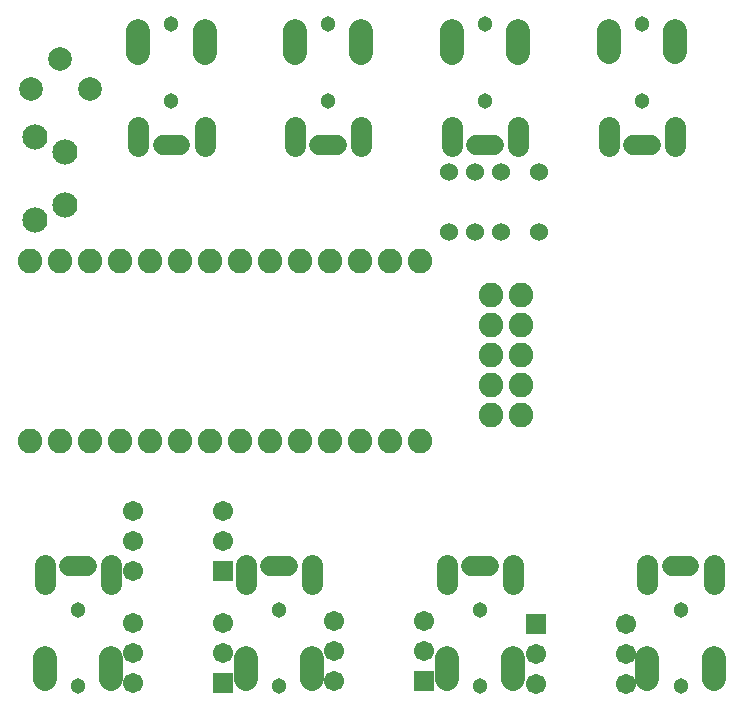
<source format=gbs>
G04 EAGLE Gerber RS-274X export*
G75*
%MOMM*%
%FSLAX34Y34*%
%LPD*%
%INSoldermask Bottom*%
%IPPOS*%
%AMOC8*
5,1,8,0,0,1.08239X$1,22.5*%
G01*
%ADD10C,2.003200*%
%ADD11C,1.523200*%
%ADD12R,1.703200X1.703200*%
%ADD13C,1.703200*%
%ADD14C,1.703200*%
%ADD15C,1.803200*%
%ADD16C,2.003200*%
%ADD17C,1.303200*%
%ADD18C,2.082800*%
%ADD19C,2.133600*%


D10*
X14860Y525590D03*
X39860Y550590D03*
X64860Y525590D03*
D11*
X445310Y454820D03*
X413310Y454820D03*
X391310Y454820D03*
X369310Y454820D03*
X369310Y404020D03*
X391310Y404020D03*
X413310Y404020D03*
X445310Y404020D03*
D12*
X442400Y72233D03*
D13*
X442400Y46833D03*
X442400Y21433D03*
X518600Y21433D03*
X518600Y46833D03*
X518600Y72233D03*
D14*
X557500Y121500D02*
X572500Y121500D01*
D15*
X537000Y122500D02*
X537000Y106500D01*
X593000Y106500D02*
X593000Y122500D01*
D16*
X537000Y43500D02*
X537000Y25500D01*
X593000Y25500D02*
X593000Y43500D01*
D17*
X565000Y19500D03*
X565000Y84500D03*
D14*
X539900Y478200D02*
X524900Y478200D01*
D15*
X560400Y477200D02*
X560400Y493200D01*
X504400Y493200D02*
X504400Y477200D01*
D16*
X560400Y556200D02*
X560400Y574200D01*
X504400Y574200D02*
X504400Y556200D01*
D17*
X532400Y580200D03*
X532400Y515200D03*
D14*
X402500Y121500D02*
X387500Y121500D01*
D15*
X367000Y122500D02*
X367000Y106500D01*
X423000Y106500D02*
X423000Y122500D01*
D16*
X367000Y43500D02*
X367000Y25500D01*
X423000Y25500D02*
X423000Y43500D01*
D17*
X395000Y19500D03*
X395000Y84500D03*
D14*
X232500Y121500D02*
X217500Y121500D01*
D15*
X197000Y122500D02*
X197000Y106500D01*
X253000Y106500D02*
X253000Y122500D01*
D16*
X197000Y43500D02*
X197000Y25500D01*
X253000Y25500D02*
X253000Y43500D01*
D17*
X225000Y19500D03*
X225000Y84500D03*
D12*
X347700Y23633D03*
D13*
X347700Y49033D03*
X347700Y74433D03*
X271500Y74433D03*
X271500Y49033D03*
X271500Y23633D03*
D12*
X178000Y116900D03*
D13*
X178000Y142300D03*
X178000Y167700D03*
X101800Y167700D03*
X101800Y142300D03*
X101800Y116900D03*
D14*
X126500Y478000D02*
X141500Y478000D01*
D15*
X162000Y477000D02*
X162000Y493000D01*
X106000Y493000D02*
X106000Y477000D01*
D16*
X162000Y556000D02*
X162000Y574000D01*
X106000Y574000D02*
X106000Y556000D01*
D17*
X134000Y580000D03*
X134000Y515000D03*
D14*
X259200Y478000D02*
X274200Y478000D01*
D15*
X294700Y477000D02*
X294700Y493000D01*
X238700Y493000D02*
X238700Y477000D01*
D16*
X294700Y556000D02*
X294700Y574000D01*
X238700Y574000D02*
X238700Y556000D01*
D17*
X266700Y580000D03*
X266700Y515000D03*
D14*
X392100Y478000D02*
X407100Y478000D01*
D15*
X427600Y477000D02*
X427600Y493000D01*
X371600Y493000D02*
X371600Y477000D01*
D16*
X427600Y556000D02*
X427600Y574000D01*
X371600Y574000D02*
X371600Y556000D01*
D17*
X399600Y580000D03*
X399600Y515000D03*
D14*
X62500Y121500D02*
X47500Y121500D01*
D15*
X27000Y122500D02*
X27000Y106500D01*
X83000Y106500D02*
X83000Y122500D01*
D16*
X27000Y43500D02*
X27000Y25500D01*
X83000Y25500D02*
X83000Y43500D01*
D17*
X55000Y19500D03*
X55000Y84500D03*
D12*
X177750Y21900D03*
D13*
X177750Y47300D03*
X177750Y72700D03*
X101550Y72700D03*
X101550Y47300D03*
X101550Y21900D03*
D18*
X429700Y249300D03*
X404300Y249300D03*
X429700Y274700D03*
X404300Y274700D03*
X429700Y300100D03*
X404300Y300100D03*
X429700Y325500D03*
X404300Y325500D03*
X429700Y350900D03*
X404300Y350900D03*
X344400Y379200D03*
X319000Y379200D03*
X293600Y379200D03*
X268200Y379200D03*
X242800Y379200D03*
X217400Y379200D03*
X192000Y379200D03*
X166600Y379200D03*
X141200Y379200D03*
X115800Y379200D03*
X90400Y379200D03*
X65000Y379200D03*
X39600Y379200D03*
X14200Y379200D03*
X14500Y226800D03*
X39900Y226800D03*
X65300Y226800D03*
X90700Y226800D03*
X116100Y226800D03*
X141500Y226800D03*
X166900Y226800D03*
X192300Y226800D03*
X217700Y226800D03*
X243100Y226800D03*
X268500Y226800D03*
X293900Y226800D03*
X319300Y226800D03*
X344700Y226800D03*
D19*
X43600Y426700D03*
X43600Y471700D03*
X18600Y414200D03*
X18600Y484200D03*
M02*

</source>
